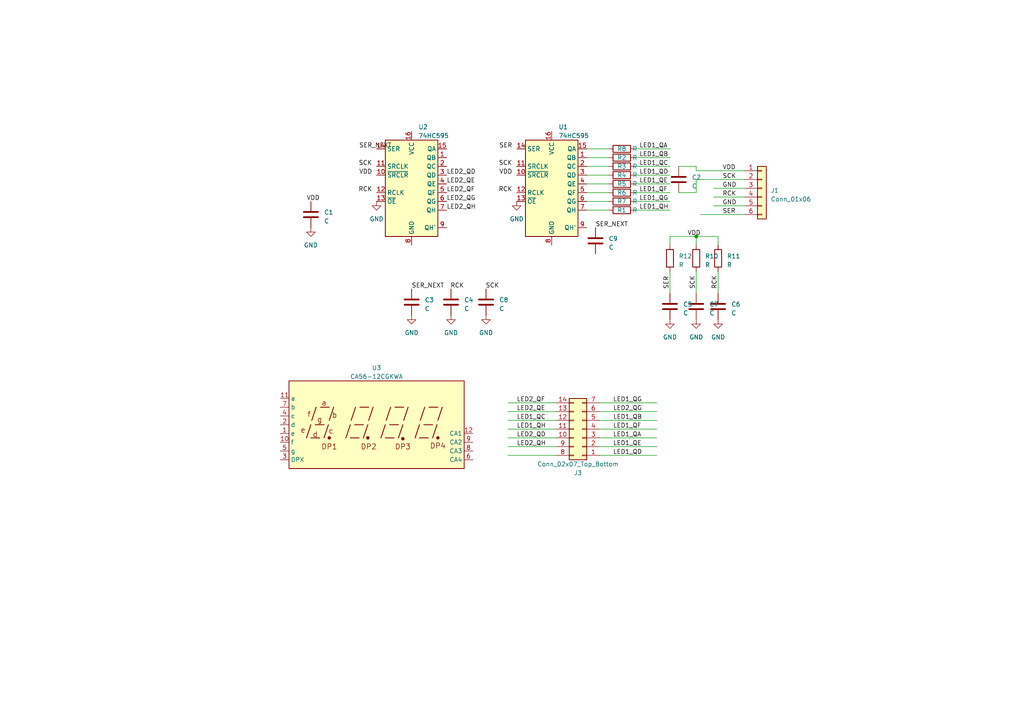
<source format=kicad_sch>
(kicad_sch (version 20230121) (generator eeschema)
  (paper "A4")
  (lib_symbols
    (symbol "74xx:74HC595"
      (property "Reference" "U" (at -7.62 13.97 0))
      (property "Value" "74HC595" (at -7.62 -16.51 0))
      (symbol "74HC595_1_0"
        (pin tri_state line (at 10.16 7.62 180) (length 2.54) (name "QB") (number "1"))
        (pin input line (at -10.16 2.54 0) (length 2.54) (name "~{SRCLR}") (number "10"))
        (pin input line (at -10.16 5.08 0) (length 2.54) (name "SRCLK") (number "11"))
        (pin input line (at -10.16 -2.54 0) (length 2.54) (name "RCLK") (number "12"))
        (pin input line (at -10.16 -5.08 0) (length 2.54) (name "~{OE}") (number "13"))
        (pin input line (at -10.16 10.16 0) (length 2.54) (name "SER") (number "14"))
        (pin tri_state line (at 10.16 10.16 180) (length 2.54) (name "QA") (number "15"))
        (pin power_in line (at 0 15.24 270) (length 2.54) (name "VCC") (number "16"))
        (pin tri_state line (at 10.16 5.08 180) (length 2.54) (name "QC") (number "2"))
        (pin tri_state line (at 10.16 2.54 180) (length 2.54) (name "QD") (number "3"))
        (pin tri_state line (at 10.16 0 180) (length 2.54) (name "QE") (number "4"))
        (pin tri_state line (at 10.16 -2.54 180) (length 2.54) (name "QF") (number "5"))
        (pin tri_state line (at 10.16 -5.08 180) (length 2.54) (name "QG") (number "6"))
        (pin tri_state line (at 10.16 -7.62 180) (length 2.54) (name "QH") (number "7"))
        (pin power_in line (at 0 -17.78 90) (length 2.54) (name "GND") (number "8"))
        (pin output line (at 10.16 -12.7 180) (length 2.54) (name "QH'") (number "9"))
      )
      (symbol "74HC595_1_1"
        (rectangle (start -7.62 12.7) (end 7.62 -15.24) (stroke (width 0.254)) (fill (type background)))
      )
    )
    (symbol "Connector_Generic:Conn_01x06" (pin_names (offset 1.016) hide)
      (property "Reference" "J" (at 0 7.62 0))
      (property "Value" "Conn_01x06" (at 0 -10.16 0))
      (symbol "Conn_01x06_1_1"
        (rectangle (start -1.27 -7.493) (end 0 -7.747) (stroke (width 0.1524)))
        (rectangle (start -1.27 -4.953) (end 0 -5.207) (stroke (width 0.1524)))
        (rectangle (start -1.27 -2.413) (end 0 -2.667) (stroke (width 0.1524)))
        (rectangle (start -1.27 0.127) (end 0 -0.127) (stroke (width 0.1524)))
        (rectangle (start -1.27 2.667) (end 0 2.413) (stroke (width 0.1524)))
        (rectangle (start -1.27 5.207) (end 0 4.953) (stroke (width 0.1524)))
        (rectangle (start -1.27 6.35) (end 1.27 -8.89) (stroke (width 0.254)) (fill (type background)))
        (pin passive line (at -5.08 5.08 0) (length 3.81) (name "Pin_1") (number "1"))
        (pin passive line (at -5.08 2.54 0) (length 3.81) (name "Pin_2") (number "2"))
        (pin passive line (at -5.08 0 0) (length 3.81) (name "Pin_3") (number "3"))
        (pin passive line (at -5.08 -2.54 0) (length 3.81) (name "Pin_4") (number "4"))
        (pin passive line (at -5.08 -5.08 0) (length 3.81) (name "Pin_5") (number "5"))
        (pin passive line (at -5.08 -7.62 0) (length 3.81) (name "Pin_6") (number "6"))
      )
    )
    (symbol "Connector_Generic:Conn_02x07_Top_Bottom" (pin_names (offset 1.016) hide)
      (property "Reference" "J" (at 1.27 10.16 0))
      (property "Value" "Conn_02x07_Top_Bottom" (at 1.27 -10.16 0))
      (symbol "Conn_02x07_Top_Bottom_1_1"
        (rectangle (start -1.27 -7.493) (end 0 -7.747) (stroke (width 0.1524)))
        (rectangle (start -1.27 -4.953) (end 0 -5.207) (stroke (width 0.1524)))
        (rectangle (start -1.27 -2.413) (end 0 -2.667) (stroke (width 0.1524)))
        (rectangle (start -1.27 0.127) (end 0 -0.127) (stroke (width 0.1524)))
        (rectangle (start -1.27 2.667) (end 0 2.413) (stroke (width 0.1524)))
        (rectangle (start -1.27 5.207) (end 0 4.953) (stroke (width 0.1524)))
        (rectangle (start -1.27 7.747) (end 0 7.493) (stroke (width 0.1524)))
        (rectangle (start -1.27 8.89) (end 3.81 -8.89) (stroke (width 0.254)) (fill (type background)))
        (rectangle (start 3.81 -7.493) (end 2.54 -7.747) (stroke (width 0.1524)))
        (rectangle (start 3.81 -4.953) (end 2.54 -5.207) (stroke (width 0.1524)))
        (rectangle (start 3.81 -2.413) (end 2.54 -2.667) (stroke (width 0.1524)))
        (rectangle (start 3.81 0.127) (end 2.54 -0.127) (stroke (width 0.1524)))
        (rectangle (start 3.81 2.667) (end 2.54 2.413) (stroke (width 0.1524)))
        (rectangle (start 3.81 5.207) (end 2.54 4.953) (stroke (width 0.1524)))
        (rectangle (start 3.81 7.747) (end 2.54 7.493) (stroke (width 0.1524)))
        (pin passive line (at -5.08 7.62 0) (length 3.81) (name "Pin_1") (number "1"))
        (pin passive line (at 7.62 2.54 180) (length 3.81) (name "Pin_10") (number "10"))
        (pin passive line (at 7.62 0 180) (length 3.81) (name "Pin_11") (number "11"))
        (pin passive line (at 7.62 -2.54 180) (length 3.81) (name "Pin_12") (number "12"))
        (pin passive line (at 7.62 -5.08 180) (length 3.81) (name "Pin_13") (number "13"))
        (pin passive line (at 7.62 -7.62 180) (length 3.81) (name "Pin_14") (number "14"))
        (pin passive line (at -5.08 5.08 0) (length 3.81) (name "Pin_2") (number "2"))
        (pin passive line (at -5.08 2.54 0) (length 3.81) (name "Pin_3") (number "3"))
        (pin passive line (at -5.08 0 0) (length 3.81) (name "Pin_4") (number "4"))
        (pin passive line (at -5.08 -2.54 0) (length 3.81) (name "Pin_5") (number "5"))
        (pin passive line (at -5.08 -5.08 0) (length 3.81) (name "Pin_6") (number "6"))
        (pin passive line (at -5.08 -7.62 0) (length 3.81) (name "Pin_7") (number "7"))
        (pin passive line (at 7.62 7.62 180) (length 3.81) (name "Pin_8") (number "8"))
        (pin passive line (at 7.62 5.08 180) (length 3.81) (name "Pin_9") (number "9"))
      )
    )
    (symbol "Device:C" (pin_numbers hide) (pin_names (offset 0.254))
      (property "Reference" "C" (at 0.635 2.54 0))
      (property "Value" "C" (at 0.635 -2.54 0))
      (symbol "C_0_1"
        (polyline (pts (xy -2.032 -0.762) (xy 2.032 -0.762)) (stroke (width 0.508)))
        (polyline (pts (xy -2.032 0.762) (xy 2.032 0.762)) (stroke (width 0.508)))
      )
      (symbol "C_1_1"
        (pin passive line (at 0 3.81 270) (length 2.794) (name "~") (number "1"))
        (pin passive line (at 0 -3.81 90) (length 2.794) (name "~") (number "2"))
      )
    )
    (symbol "Device:R" (pin_numbers hide) (pin_names (offset 0))
      (property "Reference" "R" (at 2.032 0 90))
      (property "Value" "R" (at 0 0 90))
      (symbol "R_0_1"
        (rectangle (start -1.016 -2.54) (end 1.016 2.54) (stroke (width 0.254)))
      )
      (symbol "R_1_1"
        (pin passive line (at 0 3.81 270) (length 1.27) (name "~") (number "1"))
        (pin passive line (at 0 -3.81 90) (length 1.27) (name "~") (number "2"))
      )
    )
    (symbol "Display_Character:CA56-12CGKWA"
      (property "Reference" "U" (at -24.13 13.97 0))
      (property "Value" "CA56-12CGKWA" (at 17.78 13.97 0))
      (symbol "CA56-12CGKWA_0_0"
        (rectangle (start -25.4 12.7) (end 25.4 -12.7) (stroke (width 0.254)) (fill (type background)))
        (polyline (pts (xy -20.32 -3.81) (xy -19.05 0)) (stroke (width 0.254)))
        (polyline (pts (xy -19.05 -3.81) (xy -16.51 -3.81)) (stroke (width 0.254)))
        (polyline (pts (xy -18.796 1.27) (xy -17.526 5.08)) (stroke (width 0.254)))
        (polyline (pts (xy -17.78 0) (xy -15.24 0)) (stroke (width 0.254)))
        (polyline (pts (xy -16.256 5.08) (xy -13.716 5.08)) (stroke (width 0.254)))
        (polyline (pts (xy -15.24 -3.81) (xy -13.97 0)) (stroke (width 0.254)))
        (polyline (pts (xy -13.716 1.27) (xy -12.446 5.08)) (stroke (width 0.254)))
        (polyline (pts (xy -8.89 -3.81) (xy -7.62 0)) (stroke (width 0.254)))
        (polyline (pts (xy -7.62 -3.81) (xy -5.08 -3.81)) (stroke (width 0.254)))
        (polyline (pts (xy -7.366 1.27) (xy -6.096 5.08)) (stroke (width 0.254)))
        (polyline (pts (xy -6.35 0) (xy -3.81 0)) (stroke (width 0.254)))
        (polyline (pts (xy -4.826 5.08) (xy -2.286 5.08)) (stroke (width 0.254)))
        (polyline (pts (xy -3.81 -3.81) (xy -2.54 0)) (stroke (width 0.254)))
        (polyline (pts (xy -2.286 1.27) (xy -1.016 5.08)) (stroke (width 0.254)))
        (polyline (pts (xy 1.27 -3.81) (xy 2.54 0)) (stroke (width 0.254)))
        (polyline (pts (xy 2.54 -3.81) (xy 5.08 -3.81)) (stroke (width 0.254)))
        (polyline (pts (xy 2.794 1.27) (xy 4.064 5.08)) (stroke (width 0.254)))
        (polyline (pts (xy 3.81 0) (xy 6.35 0)) (stroke (width 0.254)))
        (polyline (pts (xy 5.334 5.08) (xy 7.874 5.08)) (stroke (width 0.254)))
        (polyline (pts (xy 6.35 -3.81) (xy 7.62 0)) (stroke (width 0.254)))
        (polyline (pts (xy 7.874 1.27) (xy 9.144 5.08)) (stroke (width 0.254)))
        (polyline (pts (xy 11.176 -3.81) (xy 12.446 0)) (stroke (width 0.254)))
        (polyline (pts (xy 12.446 -3.81) (xy 14.986 -3.81)) (stroke (width 0.254)))
        (polyline (pts (xy 12.7 1.27) (xy 13.97 5.08)) (stroke (width 0.254)))
        (polyline (pts (xy 13.716 0) (xy 16.256 0)) (stroke (width 0.254)))
        (polyline (pts (xy 15.24 5.08) (xy 17.78 5.08)) (stroke (width 0.254)))
        (polyline (pts (xy 16.256 -3.81) (xy 17.526 0)) (stroke (width 0.254)))
        (polyline (pts (xy 17.78 1.27) (xy 19.05 5.08)) (stroke (width 0.254)))
        (text "a" (at -15.24 6.35 0) (effects (font (size 1.524 1.524))))
        (text "b" (at -12.192 2.794 0) (effects (font (size 1.524 1.524))))
        (text "c" (at -13.208 -1.778 0) (effects (font (size 1.524 1.524))))
        (text "d" (at -17.78 -2.794 0) (effects (font (size 1.524 1.524))))
        (text "DP1" (at -13.716 -6.35 0) (effects (font (size 1.524 1.524))))
        (text "DP2" (at -2.286 -6.35 0) (effects (font (size 1.524 1.524))))
        (text "DP3" (at 7.62 -6.35 0) (effects (font (size 1.524 1.524))))
        (text "DP4" (at 17.78 -6.096 0) (effects (font (size 1.524 1.524))))
        (text "e" (at -21.336 -1.524 0) (effects (font (size 1.524 1.524))))
        (text "f" (at -19.558 3.048 0) (effects (font (size 1.524 1.524))))
        (text "g" (at -16.51 1.524 0) (effects (font (size 1.524 1.524))))
      )
      (symbol "CA56-12CGKWA_0_1"
        (circle (center -13.716 -3.81) (radius 0.3556) (stroke (width 0.254)) (fill (type outline)))
        (circle (center -2.54 -3.81) (radius 0.3556) (stroke (width 0.254)) (fill (type outline)))
      )
      (symbol "CA56-12CGKWA_1_0"
        (circle (center 7.62 -4.064) (radius 0.3556) (stroke (width 0.254)) (fill (type outline)))
        (circle (center 17.78 -3.81) (radius 0.3556) (stroke (width 0.254)) (fill (type outline)))
      )
      (symbol "CA56-12CGKWA_1_1"
        (pin input line (at -27.94 -2.54 0) (length 2.54) (name "e") (number "1"))
        (pin input line (at -27.94 -5.08 0) (length 2.54) (name "f") (number "10"))
        (pin input line (at -27.94 7.62 0) (length 2.54) (name "a") (number "11"))
        (pin input line (at 27.94 -2.54 180) (length 2.54) (name "CA1") (number "12"))
        (pin input line (at -27.94 0 0) (length 2.54) (name "d") (number "2"))
        (pin input line (at -27.94 -10.16 0) (length 2.54) (name "DPX") (number "3"))
        (pin input line (at -27.94 2.54 0) (length 2.54) (name "c") (number "4"))
        (pin input line (at -27.94 -7.62 0) (length 2.54) (name "g") (number "5"))
        (pin input line (at 27.94 -10.16 180) (length 2.54) (name "CA4") (number "6"))
        (pin input line (at -27.94 5.08 0) (length 2.54) (name "b") (number "7"))
        (pin input line (at 27.94 -7.62 180) (length 2.54) (name "CA3") (number "8"))
        (pin input line (at 27.94 -5.08 180) (length 2.54) (name "CA2") (number "9"))
      )
    )
    (symbol "power:GND" (power) (pin_names (offset 0))
      (property "Value" "GND" (at 0 -3.81 0))
      (symbol "GND_0_1"
        (polyline (pts (xy 0 0) (xy 0 -1.27) (xy 1.27 -1.27) (xy 0 -2.54) (xy -1.27 -1.27) (xy 0 -1.27)))
      )
      (symbol "GND_1_1"
        (pin power_in line (at 0 0 270) (length 0) hide (name "GND") (number "1"))
      )
    )
  )
  (junction (at 201.93 68.58))
  (wire (pts (xy 170.18 58.42) (xy 176.53 58.42)))
  (wire (pts (xy 184.15 55.88) (xy 194.31 55.88)))
  (wire (pts (xy 203.2 62.23) (xy 215.9 62.23)))
  (wire (pts (xy 201.93 68.58) (xy 201.93 71.12)))
  (wire (pts (xy 184.15 43.18) (xy 194.31 43.18)))
  (wire (pts (xy 184.15 50.8) (xy 194.31 50.8)))
  (wire (pts (xy 170.18 50.8) (xy 176.53 50.8)))
  (wire (pts (xy 196.85 55.88) (xy 201.93 55.88)))
  (wire (pts (xy 170.18 55.88) (xy 176.53 55.88)))
  (wire (pts (xy 184.15 45.72) (xy 194.31 45.72)))
  (wire (pts (xy 173.99 116.84) (xy 190.5 116.84)))
  (wire (pts (xy 147.32 124.46) (xy 161.29 124.46)))
  (wire (pts (xy 170.18 60.96) (xy 176.53 60.96)))
  (wire (pts (xy 173.99 124.46) (xy 190.5 124.46)))
  (wire (pts (xy 147.32 116.84) (xy 161.29 116.84)))
  (wire (pts (xy 170.18 48.26) (xy 176.53 48.26)))
  (wire (pts (xy 184.15 58.42) (xy 194.31 58.42)))
  (wire (pts (xy 170.18 53.34) (xy 176.53 53.34)))
  (wire (pts (xy 194.31 68.58) (xy 201.93 68.58)))
  (wire (pts (xy 201.93 49.53) (xy 201.93 48.26)))
  (wire (pts (xy 170.18 45.72) (xy 176.53 45.72)))
  (wire (pts (xy 147.32 127) (xy 161.29 127)))
  (wire (pts (xy 207.01 54.61) (xy 215.9 54.61)))
  (wire (pts (xy 184.15 60.96) (xy 194.31 60.96)))
  (wire (pts (xy 201.93 55.88) (xy 201.93 52.07)))
  (wire (pts (xy 184.15 53.34) (xy 194.31 53.34)))
  (wire (pts (xy 194.31 78.74) (xy 194.31 85.09)))
  (wire (pts (xy 170.18 43.18) (xy 176.53 43.18)))
  (wire (pts (xy 147.32 121.92) (xy 161.29 121.92)))
  (wire (pts (xy 207.01 57.15) (xy 215.9 57.15)))
  (wire (pts (xy 194.31 71.12) (xy 194.31 68.58)))
  (wire (pts (xy 201.93 49.53) (xy 215.9 49.53)))
  (wire (pts (xy 201.93 78.74) (xy 201.93 85.09)))
  (wire (pts (xy 173.99 119.38) (xy 190.5 119.38)))
  (wire (pts (xy 208.28 78.74) (xy 208.28 85.09)))
  (wire (pts (xy 201.93 52.07) (xy 215.9 52.07)))
  (wire (pts (xy 207.01 59.69) (xy 215.9 59.69)))
  (wire (pts (xy 173.99 132.08) (xy 190.5 132.08)))
  (wire (pts (xy 147.32 132.08) (xy 161.29 132.08)))
  (wire (pts (xy 208.28 68.58) (xy 208.28 71.12)))
  (wire (pts (xy 173.99 121.92) (xy 190.5 121.92)))
  (wire (pts (xy 147.32 129.54) (xy 161.29 129.54)))
  (wire (pts (xy 201.93 68.58) (xy 208.28 68.58)))
  (wire (pts (xy 184.15 48.26) (xy 194.31 48.26)))
  (wire (pts (xy 201.93 48.26) (xy 196.85 48.26)))
  (wire (pts (xy 173.99 127) (xy 190.5 127)))
  (wire (pts (xy 147.32 119.38) (xy 161.29 119.38)))
  (wire (pts (xy 173.99 129.54) (xy 190.5 129.54)))
  (label "SER" (at 209.55 62.23 0))
  (label "LED2_QE" (at 149.86 119.38 0))
  (label "SER" (at 194.31 83.82 90))
  (label "LED1_QF" (at 177.8 124.46 0))
  (label "RCK" (at 148.59 55.88 180))
  (label "SCK" (at 148.59 48.26 180))
  (label "LED2_QE" (at 129.54 53.34 0))
  (label "SER_NEXT" (at 104.14 43.18 0))
  (label "LED1_QB" (at 177.8 121.92 0))
  (label "LED2_QD" (at 129.54 50.8 0))
  (label "RCK" (at 107.95 55.88 180))
  (label "GND" (at 209.55 54.61 0))
  (label "SER" (at 144.78 43.18 0))
  (label "SCK" (at 107.95 48.26 180))
  (label "SCK" (at 209.55 52.07 0))
  (label "LED1_QC" (at 185.42 48.26 0))
  (label "VDD" (at 209.55 49.53 0))
  (label "LED2_QG" (at 129.54 58.42 0))
  (label "LED1_QA" (at 177.8 127 0))
  (label "LED1_QE" (at 177.8 129.54 0))
  (label "SCK" (at 144.78 83.82 180))
  (label "VDD" (at 88.9 58.42 0))
  (label "LED2_QF" (at 149.86 116.84 0))
  (label "LED2_QG" (at 177.8 119.38 0))
  (label "LED1_QG" (at 177.8 116.84 0))
  (label "VDD" (at 199.39 68.58 0))
  (label "LED1_QA" (at 185.42 43.18 0))
  (label "LED1_QH" (at 149.86 124.46 0))
  (label "SER_NEXT" (at 172.72 66.04 0))
  (label "LED1_QB" (at 185.42 45.72 0))
  (label "LED1_QD" (at 177.8 132.08 0))
  (label "LED1_QE" (at 185.42 53.34 0))
  (label "LED1_QD" (at 185.42 50.8 0))
  (label "LED1_QF" (at 185.42 55.88 0))
  (label "GND" (at 209.55 59.69 0))
  (label "VDD" (at 144.78 50.8 0))
  (label "RCK" (at 209.55 57.15 0))
  (label "SCK" (at 201.93 83.82 90))
  (label "LED2_QF" (at 129.54 55.88 0))
  (label "RCK" (at 134.62 83.82 180))
  (label "LED1_QG" (at 185.42 58.42 0))
  (label "LED2_QH" (at 129.54 60.96 0))
  (label "VDD" (at 104.14 50.8 0))
  (label "LED2_QH" (at 149.86 129.54 0))
  (label "LED2_QD" (at 149.86 127 0))
  (label "LED1_QC" (at 149.86 121.92 0))
  (label "LED1_QH" (at 185.42 60.96 0))
  (label "SER_NEXT" (at 119.38 83.82 0))
  (label "RCK" (at 208.28 83.82 90))
  (symbol (lib_id "74xx:74HC595") (at 160.02 53.34 0) (unit 1)
    (property "Reference" "U1" (at 161.9759 36.83 0) (effects (justify left)))
    (property "Value" "74HC595" (at 161.9759 39.37 0) (effects (justify left)))
    (property "Datasheet" "http://www.ti.com/lit/ds/symlink/sn74hc595.pdf" (effects hide))
  )
  (symbol (lib_id "Device:C") (at 208.28 88.9 0) (unit 1)
    (property "Reference" "C6" (at 212.09 88.265 0) (effects (justify left)))
    (property "Value" "C" (at 212.09 90.805 0) (effects (justify left)))
  )
  (symbol (lib_id "Device:C") (at 194.31 88.9 0) (unit 1)
    (property "Reference" "C5" (at 198.12 88.265 0) (effects (justify left)))
    (property "Value" "C" (at 198.12 90.805 0) (effects (justify left)))
  )
  (symbol (lib_id "Device:C") (at 119.38 87.63 0) (unit 1)
    (property "Reference" "C3" (at 123.19 86.995 0) (effects (justify left)))
    (property "Value" "C" (at 123.19 89.535 0) (effects (justify left)))
  )
  (symbol (lib_id "Device:C") (at 140.97 87.63 0) (unit 1)
    (property "Reference" "C8" (at 144.78 86.995 0) (effects (justify left)))
    (property "Value" "C" (at 144.78 89.535 0) (effects (justify left)))
  )
  (symbol (lib_id "Device:R") (at 180.34 53.34 90) (unit 1)
    (property "Reference" "R5" (at 180.34 53.34 90))
    (property "Value" "R" (at 184.15 53.34 90))
  )
  (symbol (lib_id "power:GND") (at 208.28 92.71 0) (unit 1)
    (property "Reference" "#PWR01" (effects hide))
    (property "Value" "GND" (at 208.28 97.79 0))
  )
  (symbol (lib_id "Connector_Generic:Conn_01x06") (at 220.98 54.61 0) (unit 1)
    (property "Reference" "J1" (at 223.52 55.245 0) (effects (justify left)))
    (property "Value" "Conn_01x06" (at 223.52 57.785 0) (effects (justify left)))
  )
  (symbol (lib_id "Device:R") (at 180.34 55.88 90) (unit 1)
    (property "Reference" "R6" (at 180.34 55.88 90))
    (property "Value" "R" (at 184.15 55.88 90))
  )
  (symbol (lib_id "Device:R") (at 180.34 43.18 90) (unit 1)
    (property "Reference" "R8" (at 180.34 43.18 90))
    (property "Value" "R" (at 184.15 43.18 90))
  )
  (symbol (lib_id "Device:R") (at 180.34 45.72 90) (unit 1)
    (property "Reference" "R2" (at 180.34 45.72 90))
    (property "Value" "R" (at 184.15 45.72 90))
  )
  (symbol (lib_id "Device:R") (at 194.31 74.93 180) (unit 1)
    (property "Reference" "R12" (at 196.85 74.295 0) (effects (justify right)))
    (property "Value" "R" (at 196.85 76.835 0) (effects (justify right)))
  )
  (symbol (lib_id "Device:C") (at 130.81 87.63 0) (unit 1)
    (property "Reference" "C4" (at 134.62 86.995 0) (effects (justify left)))
    (property "Value" "C" (at 134.62 89.535 0) (effects (justify left)))
  )
  (symbol (lib_id "Device:C") (at 90.17 62.23 180) (unit 1)
    (property "Reference" "C1" (at 93.98 61.595 0) (effects (justify right)))
    (property "Value" "C" (at 93.98 64.135 0) (effects (justify right)))
  )
  (symbol (lib_id "power:GND") (at 109.22 58.42 0) (unit 1)
    (property "Reference" "#PWR08" (effects hide))
    (property "Value" "GND" (at 109.22 63.5 0))
  )
  (symbol (lib_id "Device:R") (at 180.34 50.8 90) (unit 1)
    (property "Reference" "R4" (at 180.34 50.8 90))
    (property "Value" "R" (at 184.15 50.8 90))
  )
  (symbol (lib_id "power:GND") (at 149.86 58.42 0) (unit 1)
    (property "Reference" "#PWR04" (effects hide))
    (property "Value" "GND" (at 149.86 63.5 0))
  )
  (symbol (lib_id "Device:R") (at 180.34 60.96 90) (unit 1)
    (property "Reference" "R1" (at 180.34 60.96 90))
    (property "Value" "R" (at 184.15 60.96 90))
  )
  (symbol (lib_id "Device:R") (at 201.93 74.93 180) (unit 1)
    (property "Reference" "R10" (at 204.47 74.295 0) (effects (justify right)))
    (property "Value" "R" (at 204.47 76.835 0) (effects (justify right)))
  )
  (symbol (lib_id "power:GND") (at 90.17 66.04 0) (unit 1)
    (property "Reference" "#PWR09" (effects hide))
    (property "Value" "GND" (at 90.17 71.12 0))
  )
  (symbol (lib_id "Display_Character:CA56-12CGKWA") (at 109.22 123.19 0) (unit 1)
    (property "Reference" "U3" (at 109.22 106.68 0))
    (property "Value" "CA56-12CGKWA" (at 109.22 109.22 0))
    (property "Footprint" "Display_7Segment:CA56-12CGKWA" (effects hide))
    (property "Datasheet" "http://www.kingbright.com/attachments/file/psearch/000/00/00/CA56-12CGKWA(Ver.9A).pdf" (effects hide))
  )
  (symbol (lib_id "Device:C") (at 196.85 52.07 0) (unit 1)
    (property "Reference" "C2" (at 200.66 51.435 0) (effects (justify left)))
    (property "Value" "C" (at 200.66 53.975 0) (effects (justify left)))
  )
  (symbol (lib_id "Device:C") (at 172.72 69.85 0) (unit 1)
    (property "Reference" "C9" (at 176.53 69.215 0) (effects (justify left)))
    (property "Value" "C" (at 176.53 71.755 0) (effects (justify left)))
  )
  (symbol (lib_id "74xx:74HC595") (at 119.38 53.34 0) (unit 1)
    (property "Reference" "U2" (at 121.3359 36.83 0) (effects (justify left)))
    (property "Value" "74HC595" (at 121.3359 39.37 0) (effects (justify left)))
    (property "Datasheet" "http://www.ti.com/lit/ds/symlink/sn74hc595.pdf" (effects hide))
  )
  (symbol (lib_id "power:GND") (at 130.81 91.44 0) (unit 1)
    (property "Reference" "#PWR06" (effects hide))
    (property "Value" "GND" (at 130.81 96.52 0))
  )
  (symbol (lib_id "Device:R") (at 180.34 48.26 90) (unit 1)
    (property "Reference" "R3" (at 180.34 48.26 90))
    (property "Value" "R" (at 184.15 48.26 90))
  )
  (symbol (lib_id "power:GND") (at 140.97 91.44 0) (unit 1)
    (property "Reference" "#PWR07" (effects hide))
    (property "Value" "GND" (at 140.97 96.52 0))
  )
  (symbol (lib_id "Device:R") (at 208.28 74.93 0) (unit 1)
    (property "Reference" "R11" (at 210.82 74.295 0) (effects (justify left)))
    (property "Value" "R" (at 210.82 76.835 0) (effects (justify left)))
  )
  (symbol (lib_id "Device:C") (at 201.93 88.9 0) (unit 1)
    (property "Reference" "C7" (at 205.74 88.265 0) (effects (justify left)))
    (property "Value" "C" (at 205.74 90.805 0) (effects (justify left)))
  )
  (symbol (lib_id "power:GND") (at 201.93 92.71 0) (unit 1)
    (property "Reference" "#PWR02" (effects hide))
    (property "Value" "GND" (at 201.93 97.79 0))
  )
  (symbol (lib_id "Device:R") (at 180.34 58.42 90) (unit 1)
    (property "Reference" "R7" (at 180.34 58.42 90))
    (property "Value" "R" (at 184.15 58.42 90))
  )
  (symbol (lib_id "power:GND") (at 194.31 92.71 0) (unit 1)
    (property "Reference" "#PWR03" (effects hide))
    (property "Value" "GND" (at 194.31 97.79 0))
  )
  (symbol (lib_id "Connector_Generic:Conn_02x07_Top_Bottom") (at 168.91 124.46 180) (unit 1)
    (property "Reference" "J3" (at 167.64 137.16 0))
    (property "Value" "Conn_02x07_Top_Bottom" (at 167.64 134.62 0))
  )
  (symbol (lib_id "power:GND") (at 119.38 91.44 0) (unit 1)
    (property "Reference" "#PWR05" (effects hide))
    (property "Value" "GND" (at 119.38 96.52 0))
  )
)
</source>
